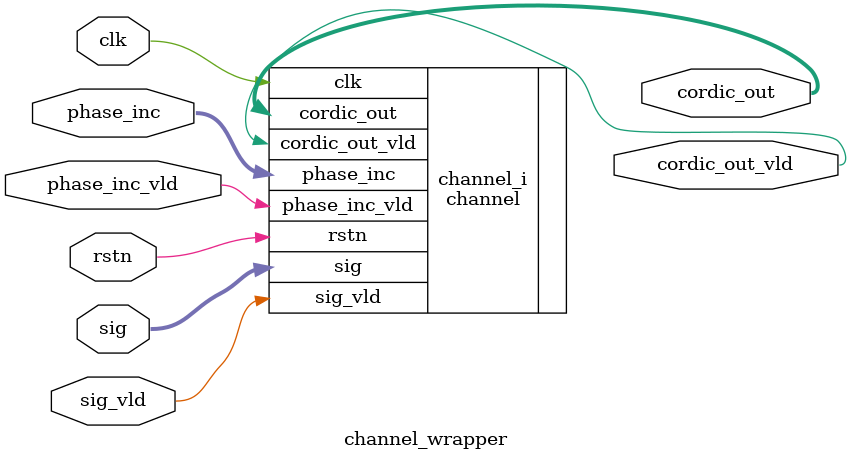
<source format=v>
`timescale 1 ps / 1 ps

module channel_wrapper
   (clk,
    cordic_out,
    cordic_out_vld,
    phase_inc,
    phase_inc_vld,
    rstn,
    sig,
    sig_vld);
  input clk;
  output [15:0]cordic_out;
  output cordic_out_vld;
  input [15:0]phase_inc;
  input phase_inc_vld;
  input rstn;
  input [15:0]sig;
  input sig_vld;

  wire clk;
  wire [15:0]cordic_out;
  wire cordic_out_vld;
  wire [15:0]phase_inc;
  wire phase_inc_vld;
  wire rstn;
  wire [15:0]sig;
  wire sig_vld;

  channel channel_i
       (.clk(clk),
        .cordic_out(cordic_out),
        .cordic_out_vld(cordic_out_vld),
        .phase_inc(phase_inc),
        .phase_inc_vld(phase_inc_vld),
        .rstn(rstn),
        .sig(sig),
        .sig_vld(sig_vld));
endmodule

</source>
